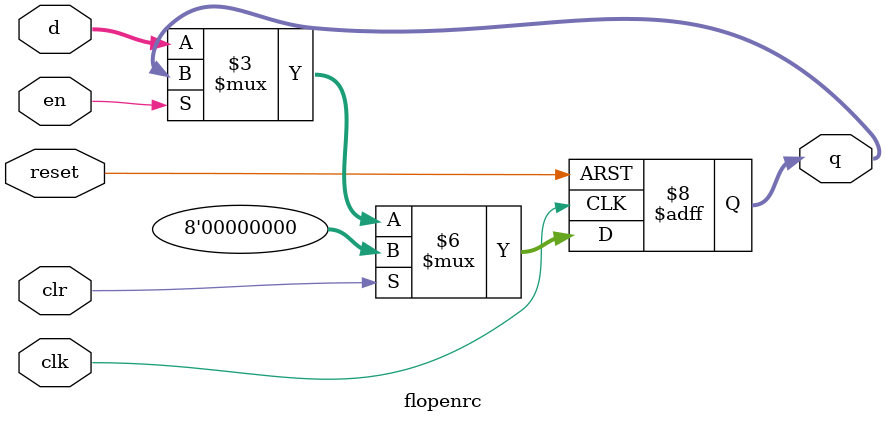
<source format=sv>
`timescale 1ns / 1ps


module flopenrc #(parameter WIDTH=8)(
                 input  logic             clk, reset, en,clr,
                 input  logic [WIDTH-1:0] d,
                 output logic [WIDTH-1:0] q
                );
                
always_ff @(posedge clk, posedge reset)
    if(reset)     q<=0;
    else if(clr)  q<=0;
    else if(~en)  q<=d;//active low enabled              
                
endmodule
</source>
